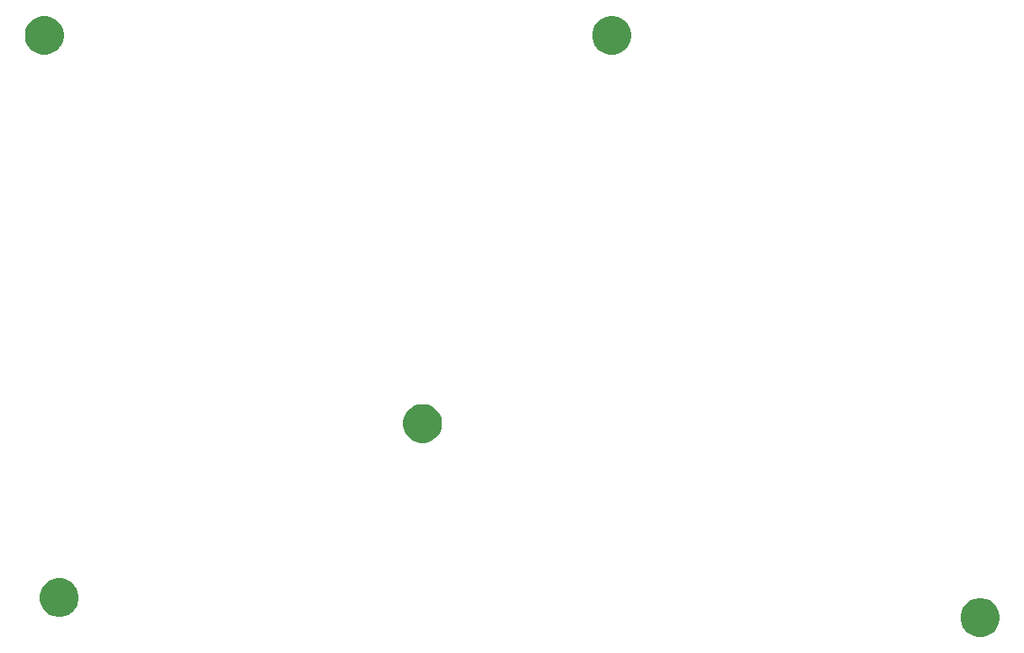
<source format=gbr>
G04 #@! TF.GenerationSoftware,KiCad,Pcbnew,(5.1.2)-2*
G04 #@! TF.CreationDate,2020-04-16T23:41:07+09:00*
G04 #@! TF.ProjectId,17mm bottom plate,31376d6d-2062-46f7-9474-6f6d20706c61,rev?*
G04 #@! TF.SameCoordinates,Original*
G04 #@! TF.FileFunction,Soldermask,Bot*
G04 #@! TF.FilePolarity,Negative*
%FSLAX46Y46*%
G04 Gerber Fmt 4.6, Leading zero omitted, Abs format (unit mm)*
G04 Created by KiCad (PCBNEW (5.1.2)-2) date 2020-04-16 23:41:07*
%MOMM*%
%LPD*%
G04 APERTURE LIST*
%ADD10C,0.100000*%
G04 APERTURE END LIST*
D10*
G36*
X214069085Y-122123975D02*
G01*
X214424143Y-122271045D01*
X214424145Y-122271046D01*
X214743690Y-122484559D01*
X215015441Y-122756310D01*
X215228954Y-123075855D01*
X215228955Y-123075857D01*
X215376025Y-123430915D01*
X215451000Y-123807842D01*
X215451000Y-124192158D01*
X215376025Y-124569085D01*
X215228955Y-124924143D01*
X215228954Y-124924145D01*
X215015441Y-125243690D01*
X214743690Y-125515441D01*
X214424145Y-125728954D01*
X214424144Y-125728955D01*
X214424143Y-125728955D01*
X214069085Y-125876025D01*
X213692158Y-125951000D01*
X213307842Y-125951000D01*
X212930915Y-125876025D01*
X212575857Y-125728955D01*
X212575856Y-125728955D01*
X212575855Y-125728954D01*
X212256310Y-125515441D01*
X211984559Y-125243690D01*
X211771046Y-124924145D01*
X211771045Y-124924143D01*
X211623975Y-124569085D01*
X211549000Y-124192158D01*
X211549000Y-123807842D01*
X211623975Y-123430915D01*
X211771045Y-123075857D01*
X211771046Y-123075855D01*
X211984559Y-122756310D01*
X212256310Y-122484559D01*
X212575855Y-122271046D01*
X212575857Y-122271045D01*
X212930915Y-122123975D01*
X213307842Y-122049000D01*
X213692158Y-122049000D01*
X214069085Y-122123975D01*
X214069085Y-122123975D01*
G37*
G36*
X121569085Y-120123975D02*
G01*
X121924143Y-120271045D01*
X121924145Y-120271046D01*
X122243690Y-120484559D01*
X122515441Y-120756310D01*
X122728954Y-121075855D01*
X122728955Y-121075857D01*
X122876025Y-121430915D01*
X122951000Y-121807842D01*
X122951000Y-122192158D01*
X122876025Y-122569085D01*
X122798473Y-122756311D01*
X122728954Y-122924145D01*
X122515441Y-123243690D01*
X122243690Y-123515441D01*
X121924145Y-123728954D01*
X121924144Y-123728955D01*
X121924143Y-123728955D01*
X121569085Y-123876025D01*
X121192158Y-123951000D01*
X120807842Y-123951000D01*
X120430915Y-123876025D01*
X120075857Y-123728955D01*
X120075856Y-123728955D01*
X120075855Y-123728954D01*
X119756310Y-123515441D01*
X119484559Y-123243690D01*
X119271046Y-122924145D01*
X119201527Y-122756311D01*
X119123975Y-122569085D01*
X119049000Y-122192158D01*
X119049000Y-121807842D01*
X119123975Y-121430915D01*
X119271045Y-121075857D01*
X119271046Y-121075855D01*
X119484559Y-120756310D01*
X119756310Y-120484559D01*
X120075855Y-120271046D01*
X120075857Y-120271045D01*
X120430915Y-120123975D01*
X120807842Y-120049000D01*
X121192158Y-120049000D01*
X121569085Y-120123975D01*
X121569085Y-120123975D01*
G37*
G36*
X158069085Y-102623975D02*
G01*
X158424143Y-102771045D01*
X158424145Y-102771046D01*
X158743690Y-102984559D01*
X159015441Y-103256310D01*
X159228954Y-103575855D01*
X159228955Y-103575857D01*
X159376025Y-103930915D01*
X159451000Y-104307842D01*
X159451000Y-104692158D01*
X159376025Y-105069085D01*
X159228955Y-105424143D01*
X159228954Y-105424145D01*
X159015441Y-105743690D01*
X158743690Y-106015441D01*
X158424145Y-106228954D01*
X158424144Y-106228955D01*
X158424143Y-106228955D01*
X158069085Y-106376025D01*
X157692158Y-106451000D01*
X157307842Y-106451000D01*
X156930915Y-106376025D01*
X156575857Y-106228955D01*
X156575856Y-106228955D01*
X156575855Y-106228954D01*
X156256310Y-106015441D01*
X155984559Y-105743690D01*
X155771046Y-105424145D01*
X155771045Y-105424143D01*
X155623975Y-105069085D01*
X155549000Y-104692158D01*
X155549000Y-104307842D01*
X155623975Y-103930915D01*
X155771045Y-103575857D01*
X155771046Y-103575855D01*
X155984559Y-103256310D01*
X156256310Y-102984559D01*
X156575855Y-102771046D01*
X156575857Y-102771045D01*
X156930915Y-102623975D01*
X157307842Y-102549000D01*
X157692158Y-102549000D01*
X158069085Y-102623975D01*
X158069085Y-102623975D01*
G37*
G36*
X177069085Y-63623975D02*
G01*
X177424143Y-63771045D01*
X177424145Y-63771046D01*
X177743690Y-63984559D01*
X178015441Y-64256310D01*
X178228954Y-64575855D01*
X178228955Y-64575857D01*
X178376025Y-64930915D01*
X178451000Y-65307842D01*
X178451000Y-65692158D01*
X178376025Y-66069085D01*
X178228955Y-66424143D01*
X178228954Y-66424145D01*
X178015441Y-66743690D01*
X177743690Y-67015441D01*
X177424145Y-67228954D01*
X177424144Y-67228955D01*
X177424143Y-67228955D01*
X177069085Y-67376025D01*
X176692158Y-67451000D01*
X176307842Y-67451000D01*
X175930915Y-67376025D01*
X175575857Y-67228955D01*
X175575856Y-67228955D01*
X175575855Y-67228954D01*
X175256310Y-67015441D01*
X174984559Y-66743690D01*
X174771046Y-66424145D01*
X174771045Y-66424143D01*
X174623975Y-66069085D01*
X174549000Y-65692158D01*
X174549000Y-65307842D01*
X174623975Y-64930915D01*
X174771045Y-64575857D01*
X174771046Y-64575855D01*
X174984559Y-64256310D01*
X175256310Y-63984559D01*
X175575855Y-63771046D01*
X175575857Y-63771045D01*
X175930915Y-63623975D01*
X176307842Y-63549000D01*
X176692158Y-63549000D01*
X177069085Y-63623975D01*
X177069085Y-63623975D01*
G37*
G36*
X120069085Y-63623975D02*
G01*
X120424143Y-63771045D01*
X120424145Y-63771046D01*
X120743690Y-63984559D01*
X121015441Y-64256310D01*
X121228954Y-64575855D01*
X121228955Y-64575857D01*
X121376025Y-64930915D01*
X121451000Y-65307842D01*
X121451000Y-65692158D01*
X121376025Y-66069085D01*
X121228955Y-66424143D01*
X121228954Y-66424145D01*
X121015441Y-66743690D01*
X120743690Y-67015441D01*
X120424145Y-67228954D01*
X120424144Y-67228955D01*
X120424143Y-67228955D01*
X120069085Y-67376025D01*
X119692158Y-67451000D01*
X119307842Y-67451000D01*
X118930915Y-67376025D01*
X118575857Y-67228955D01*
X118575856Y-67228955D01*
X118575855Y-67228954D01*
X118256310Y-67015441D01*
X117984559Y-66743690D01*
X117771046Y-66424145D01*
X117771045Y-66424143D01*
X117623975Y-66069085D01*
X117549000Y-65692158D01*
X117549000Y-65307842D01*
X117623975Y-64930915D01*
X117771045Y-64575857D01*
X117771046Y-64575855D01*
X117984559Y-64256310D01*
X118256310Y-63984559D01*
X118575855Y-63771046D01*
X118575857Y-63771045D01*
X118930915Y-63623975D01*
X119307842Y-63549000D01*
X119692158Y-63549000D01*
X120069085Y-63623975D01*
X120069085Y-63623975D01*
G37*
M02*

</source>
